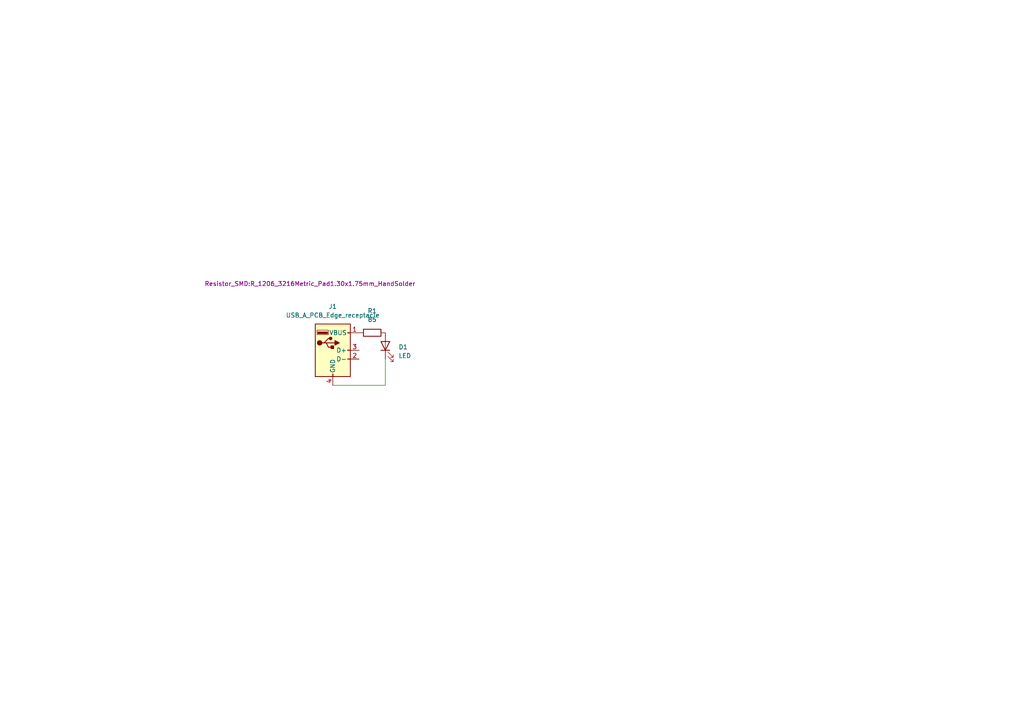
<source format=kicad_sch>
(kicad_sch (version 20250114) (generator "eeschema") (generator_version "9.0")
  (paper "A4")
  (lib_symbols
    (symbol "Connector_USB_PCB_Edge:USB_A_PCB_Edge_receptacle" (pin_names (offset 1.016))
      (property "Reference" "J" (at -5.08 11.43 0))
      (property "Value" "USB_A_PCB_Edge_receptacle" (at -5.08 8.89 0))
      (symbol "USB_A_PCB_Edge_receptacle_0_1"
        (rectangle (start -5.08 -7.62) (end 5.08 7.62) (stroke (width 0.254)) (fill (type background)))
        (circle (center -3.81 2.159) (radius 0.635) (stroke (width 0.254)) (fill (type outline)))
        (polyline (pts (xy -3.175 2.159) (xy -2.54 2.159) (xy -1.27 3.429) (xy -0.635 3.429)) (stroke (width 0.254)))
        (polyline (pts (xy -2.54 2.159) (xy -1.905 2.159) (xy -1.27 0.889) (xy 0 0.889)) (stroke (width 0.254)))
        (rectangle (start -1.524 4.826) (end -4.318 5.334) (fill (type outline)))
        (rectangle (start -1.27 4.572) (end -4.572 5.842))
        (circle (center -0.635 3.429) (radius 0.381) (stroke (width 0.254)) (fill (type outline)))
        (rectangle (start -0.127 -7.62) (end 0.127 -6.858))
        (rectangle (start 0.254 1.27) (end -0.508 0.508) (stroke (width 0.254)) (fill (type outline)))
        (polyline (pts (xy 0.635 2.794) (xy 0.635 1.524) (xy 1.905 2.159) (xy 0.635 2.794)) (stroke (width 0.254)) (fill (type outline)))
        (rectangle (start 5.08 4.953) (end 4.318 5.207))
        (rectangle (start 5.08 -0.127) (end 4.318 0.127))
        (rectangle (start 5.08 -2.667) (end 4.318 -2.413))
      )
      (symbol "USB_A_PCB_Edge_receptacle_1_1"
        (polyline (pts (xy -1.905 2.159) (xy 0.635 2.159)) (stroke (width 0.254)))
        (pin passive line (at -2.54 -10.16 90) (length 2.54) (hide yes) (name "Shield") (number "5"))
        (pin power_in line (at 0 -10.16 90) (length 2.54) (name "GND") (number "4"))
        (pin power_in line (at 7.62 5.08 180) (length 2.54) (name "VBUS") (number "1"))
        (pin bidirectional line (at 7.62 0 180) (length 2.54) (name "D+") (number "3"))
        (pin bidirectional line (at 7.62 -2.54 180) (length 2.54) (name "D-") (number "2"))
      )
    )
    (symbol "Device:LED" (pin_numbers (hide yes)) (pin_names (offset 1.016) (hide yes))
      (property "Reference" "D" (at 0 2.54 0))
      (property "Value" "LED" (at 0 -2.54 0))
      (symbol "LED_0_1"
        (polyline (pts (xy -3.048 -0.762) (xy -4.572 -2.286) (xy -3.81 -2.286) (xy -4.572 -2.286) (xy -4.572 -1.524)))
        (polyline (pts (xy -1.778 -0.762) (xy -3.302 -2.286) (xy -2.54 -2.286) (xy -3.302 -2.286) (xy -3.302 -1.524)))
        (polyline (pts (xy -1.27 0) (xy 1.27 0)))
        (polyline (pts (xy -1.27 -1.27) (xy -1.27 1.27)) (stroke (width 0.254)))
        (polyline (pts (xy 1.27 -1.27) (xy 1.27 1.27) (xy -1.27 0) (xy 1.27 -1.27)) (stroke (width 0.254)))
      )
      (symbol "LED_1_1"
        (pin passive line (at -3.81 0 0) (length 2.54) (name "K") (number "1"))
        (pin passive line (at 3.81 0 180) (length 2.54) (name "A") (number "2"))
      )
    )
    (symbol "Device:R" (pin_numbers (hide yes)) (pin_names (offset 0))
      (property "Reference" "R" (at 2.032 0 90))
      (property "Value" "R" (at 0 0 90))
      (symbol "R_0_1"
        (rectangle (start -1.016 -2.54) (end 1.016 2.54) (stroke (width 0.254)))
      )
      (symbol "R_1_1"
        (pin passive line (at 0 3.81 270) (length 1.27) (name "~") (number "1"))
        (pin passive line (at 0 -3.81 90) (length 1.27) (name "~") (number "2"))
      )
    )
  )
  (wire (pts (xy 111.76 111.76) (xy 96.52 111.76)))
  (wire (pts (xy 111.76 104.14) (xy 111.76 111.76)))
  (symbol (lib_id "Connector_USB_PCB_Edge:USB_A_PCB_Edge_receptacle") (at 96.52 101.6 0) (unit 1)
    (property "Reference" "J1" (at 96.52 88.9 0))
    (property "Value" "USB_A_PCB_Edge_receptacle" (at 96.52 91.44 0))
    (property "Footprint" "Connector_USB_PCB_Edge:USB_A_PCB_Edge_receptacle" (effects (hide yes)))
    (property "Description" "USB Type A connector" (effects (hide yes)))
  )
  (symbol (lib_id "Device:R") (at 107.95 96.52 90) (unit 1)
    (property "Reference" "R1" (at 107.95 90.17 90))
    (property "Value" "85" (at 107.95 92.71 90))
    (property "Footprint" "Resistor_SMD:R_1206_3216Metric_Pad1.30x1.75mm_HandSolder" (at 89.916 82.296 90))
    (property "Description" "Resistor" (effects (hide yes)))
  )
  (symbol (lib_id "Device:LED") (at 111.76 100.33 90) (unit 1)
    (property "Reference" "D1" (at 115.57 100.6474 90) (effects (justify right)))
    (property "Value" "LED" (at 115.57 103.1874 90) (effects (justify right)))
    (property "Footprint" "LED_SMD:LED_1206_3216Metric_Pad1.42x1.75mm_HandSolder" (effects (hide yes)))
    (property "Description" "Light emitting diode" (effects (hide yes)))
    (property "Sim.Pins" "1=K 2=A" (effects (hide yes)))
  )
)
</source>
